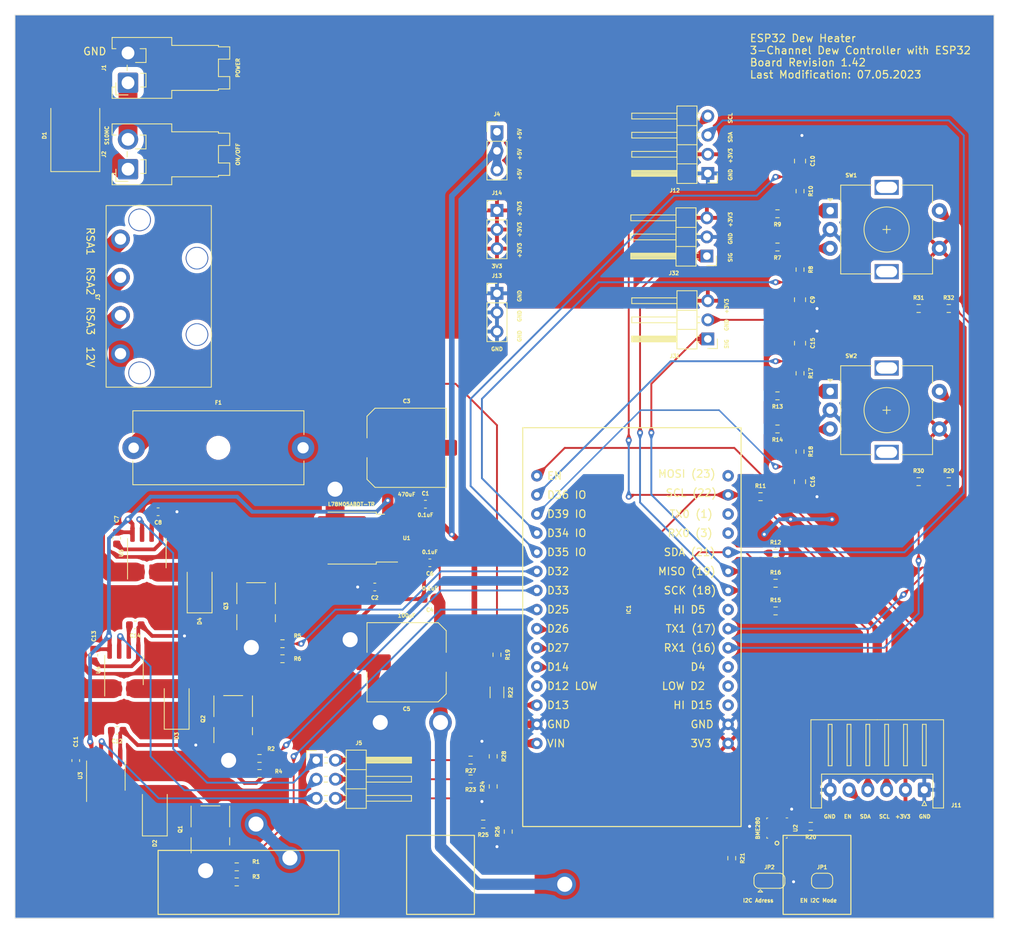
<source format=kicad_pcb>
(kicad_pcb (version 20221018) (generator pcbnew)
  (layers (0 "F.Cu" signal) (31 "B.Cu" signal) (34 "B.Paste" user) (35 "F.Paste" user) (36 "B.SilkS" user "B.Silkscreen") (37 "F.SilkS" user "F.Silkscreen") (38 "B.Mask" user) (39 "F.Mask" user) (44 "Edge.Cuts" user))
  (net 0 "")
  (net 1 "+12V")
  (net 2 "GND")
  (net 3 "+5V")
  (net 4 "+3V3")
  (net 5 "VS")
  (net 6 "VSS")
  (net 7 "/SIG1")
  (net 8 "/SCL")
  (net 9 "/SDA")
  (net 10 "/D32")
  (net 11 "/RES")
  (net 13 "/SIG2")
  (net 14 "Net-(D1-K)")
  (net 15 "Net-(Q1-G)")
  (net 16 "Net-(Q2-G)")
  (net 17 "Net-(Q3-G)")
  (net 18 "/D25")
  (net 19 "/D33")
  (net 20 "Net-(IC1-D13)")
  (net 22 "Net-(U4-FILTER)")
  (net 23 "Net-(U3-FILTER)")
  (net 24 "/D34")
  (net 25 "/D35")
  (net 26 "/VP")
  (net 27 "/VN")
  (net 34 "Net-(JP1-A)")
  (net 35 "/RSA1")
  (net 36 "/RSA2")
  (net 37 "/RSA3")
  (net 38 "Net-(JP2-A)")
  (net 39 "Net-(JP2-C)")
  (net 40 "Net-(U2-CSB)")
  (net 41 "/DEW1")
  (net 42 "/D26")
  (net 43 "/D27")
  (net 44 "/DEW2")
  (net 45 "/DEW3")
  (net 46 "/D14")
  (net 47 "Net-(U5-FILTER)")
  (net 48 "/CU1")
  (net 49 "/CU2")
  (net 50 "/CU3")
  (net 51 "Net-(R7-Pad1)")
  (net 52 "Net-(R10-Pad2)")
  (net 53 "Net-(R13-Pad1)")
  (net 54 "Net-(R14-Pad1)")
  (net 55 "Net-(J5-Pin_2)")
  (net 56 "Net-(J5-Pin_4)")
  (net 57 "Net-(J5-Pin_6)")
  (net 58 "Net-(R29-Pad1)")
  (net 59 "/RX2")
  (net 60 "Net-(R31-Pad2)")
  (net 61 "/TX2")
  (footprint "Resistor_SMD:R_0603_1608Metric" (layer "F.Cu") (at 178 59)
    (fp_text reference "R32")
    (fp_text value "10K")
  )
  (footprint "Resistor_SMD:R_0603_1608Metric" (layer "F.Cu") (at 114.5 121.5 180)
    (fp_text reference "R23")
    (fp_text value "15K")
  )
  (footprint "Connector_PinHeader_2.54mm:PinHeader_2x03_P2.54mm_Horizontal" (layer "F.Cu") (at 94 119)
    (fp_text reference "J5")
    (fp_text value "CURRENT EN")
  )
  (footprint "Capacitor_SMD:C_0603_1608Metric" (layer "F.Cu") (at 109.088 97.61 180)
    (fp_text reference "C4")
    (fp_text value "0.1uF")
  )
  (footprint "Resistor_SMD:R_0603_1608Metric" (layer "F.Cu") (at 117.5 122.5 90)
    (fp_text reference "R24")
    (fp_text value "43k")
  )
  (footprint "Package_SO:SOIC-8_3.9x4.9mm_P1.27mm" (layer "F.Cu") (at 66.06 121.06 90)
    (fp_text reference "U3")
    (fp_text value "ACS712xLCTR-05B")
  )
  (footprint "Connector_JST:JST_VH_S2P-VH_1x02_P3.96mm_Horizontal" (layer "F.Cu") (at 69 40.48 90)
    (fp_text reference "J2")
    (fp_text value "ON/OFF")
  )
  (footprint "Resistor_SMD:R_0603_1608Metric" (layer "F.Cu") (at 155 95.5)
    (fp_text reference "R16")
    (fp_text value "4K7")
  )
  (footprint "Resistor_SMD:R_0603_1608Metric" (layer "F.Cu") (at 159.675 127.799 180)
    (fp_text reference "R20")
    (fp_text value "4K7")
  )
  (footprint "Rotary_Encoder:RotaryEncoder_Alps_EC11E-Switch_Vertical_H20mm" (layer "F.Cu") (at 162.25 46)
    (fp_text reference "SW1")
    (fp_text value "RotaryEncoder_Switch")
  )
  (footprint "Resistor_SMD:R_0603_1608Metric" (layer "F.Cu") (at 83.44 133.185)
    (fp_text reference "R1")
    (fp_text value "150")
  )
  (footprint "Capacitor_SMD:C_Elec_10x10.2" (layer "F.Cu") (at 106 77.5)
    (fp_text reference "C3")
    (fp_text value "470uF")
  )
  (footprint "Diode_SMD:D_SMA" (layer "F.Cu") (at 75.465 111.5 90)
    (fp_text reference "D3")
    (fp_text value "D_Schottky")
  )
  (footprint "Diode_SMD:D_SMA" (layer "F.Cu") (at 78.5125 96.035 90)
    (fp_text reference "D4")
    (fp_text value "D_Schottky")
  )
  (footprint "Resistor_SMD:R_0603_1608Metric" (layer "F.Cu") (at 155 99.175)
    (fp_text reference "R15")
    (fp_text value "4K7")
  )
  (footprint "Capacitor_SMD:C_0603_1608Metric" (layer "F.Cu") (at 67.5 89.5 -90)
    (fp_text reference "C7")
    (fp_text value "0.1uF")
  )
  (footprint "Diode_SMD:D_SMC" (layer "F.Cu") (at 62 36 90)
    (fp_text reference "D1")
    (fp_text value "S10MC")
  )
  (footprint "Resistor_SMD:R_0603_1608Metric" (layer "F.Cu") (at 155 91.5)
    (fp_text reference "R12")
    (fp_text value "4K7")
  )
  (footprint "Capacitor_SMD:C_0603_1608Metric" (layer "F.Cu") (at 64.465 105.035 -90)
    (fp_text reference "C13")
    (fp_text value "0.1uF")
  )
  (footprint "Connector_JST:JST_VH_S2P-VH_1x02_P3.96mm_Horizontal" (layer "F.Cu") (at 69 29 90)
    (fp_text reference "J1")
    (fp_text value "POWER")
  )
  (footprint "Connector_PinHeader_2.54mm:PinHeader_1x03_P2.54mm_Horizontal" (layer "F.Cu") (at 145.875 52.025 180)
    (fp_text reference "J32")
    (fp_text value "PROBE2")
  )
  (footprint "Resistor_SMD:R_0603_1608Metric" (layer "F.Cu") (at 174 59)
    (fp_text reference "R31")
    (fp_text value "10K")
  )
  (footprint "TeenAstro:TE_MATE-N-LOK_1x04_P5.08mm_Horizontal" (layer "F.Cu") (at 68 65 90)
    (fp_text reference "J3")
    (fp_text value "RSA DEW")
  )
  (footprint "Jumper:SolderJumper-3_P1.3mm_Bridged12_RoundedPad1.0x1.5mm" (layer "F.Cu") (at 154.181 135.031)
    (fp_text reference "JP2")
    (fp_text value "I2C Adress")
  )
  (footprint "Capacitor_SMD:C_0603_1608Metric" (layer "F.Cu") (at 109.088 92.784 180)
    (fp_text reference "C6")
    (fp_text value "0.1uF")
  )
  (footprint "Package_SO:SOIC-8_3.9x4.9mm_P1.27mm" (layer "F.Cu") (at 68.465 107.035 90)
    (fp_text reference "U4")
    (fp_text value "ACS712xLCTR-05B")
  )
  (footprint "Package_LGA:Bosch_LGA-8_2.5x2.5mm_P0.65mm_ClockwisePinNumbering" (layer "F.Cu") (at 155.181 128.031 -90)
    (fp_text reference "U2")
    (fp_text value "BME280")
  )
  (footprint "Resistor_SMD:R_1206_3216Metric" (layer "F.Cu") (at 118 110 -90)
    (fp_text reference "R22")
    (fp_text value "1.5K")
  )
  (footprint "Connector_JST:JST_XH_S6B-XH-A_1x06_P2.50mm_Horizontal" (layer "F.Cu") (at 174.75 122.95 180)
    (fp_text reference "J11")
    (fp_text value "OLED")
  )
  (footprint "Resistor_SMD:R_0603_1608Metric" (layer "F.Cu") (at 155.25 70.6 180)
    (fp_text reference "R13")
    (fp_text value "10K")
  )
  (footprint "Resistor_SMD:R_0603_1608Metric" (layer "F.Cu") (at 153 84)
    (fp_text reference "R11")
    (fp_text value "4K7")
  )
  (footprint "Resistor_SMD:R_0603_1608Metric" (layer "F.Cu") (at 158.25 53.825 -90)
    (fp_text reference "R8")
    (fp_text value "10K")
  )
  (footprint "Resistor_SMD:R_0603_1608Metric" (layer "F.Cu") (at 155.25 46.4 180)
    (fp_text reference "R9")
    (fp_text value "10K")
  )
  (footprint "Resistor_SMD:R_0603_1608Metric" (layer "F.Cu") (at 117.5 118.5 -90)
    (fp_text reference "R28")
    (fp_text value "43k")
  )
  (footprint "Resistor_SMD:R_0603_1608Metric" (layer "F.Cu") (at 118 105 -90)
    (fp_text reference "R19")
    (fp_text value "10K")
  )
  (footprint "Capacitor_SMD:C_0603_1608Metric" (layer "F.Cu") (at 73 86 180)
    (fp_text reference "C8")
    (fp_text value "1nF")
  )
  (footprint "Resistor_SMD:R_0603_1608Metric" (layer "F.Cu") (at 116.175 127.5 180)
    (fp_text reference "R25")
    (fp_text value "15K")
  )
  (footprint "Capacitor_SMD:C_Elec_10x10.2" (layer "F.Cu") (at 106 106 180)
    (fp_text reference "C5")
    (fp_text value "100uF")
  )
  (footprint "TeenAstro:ONSemi_SO-8FL_488AA" (layer "F.Cu") (at 82.965 113.535 90)
    (fp_text reference "Q2")
    (fp_text value "NTMFS5C670NLT1G")
  )
  (footprint "Resistor_SMD:R_0603_1608Metric" (layer "F.Cu") (at 119.5 128.5 90)
    (fp_text reference "R26")
    (fp_text value "43k")
  )
  (footprint "Rotary_Encoder:RotaryEncoder_Alps_EC11E-Switch_Vertical_H20mm" (layer "F.Cu") (at 162.25 70)
    (fp_text reference "SW2")
    (fp_text value "RotaryEncoder_Switch")
  )
  (footprint "TeenAstro:ONSemi_SO-8FL_488AA" (layer "F.Cu") (at 86.0125 98.535 90)
    (fp_text reference "Q3")
    (fp_text value "NTMFS5C670NLT1G")
  )
  (footprint "Connector_PinHeader_2.54mm:PinHeader_1x03_P2.54mm_Vertical" (layer "F.Cu") (at 118 45.96)
    (fp_text reference "J14")
    (fp_text value "3V3")
  )
  (footprint "Resistor_SMD:R_0603_1608Metric" (layer "F.Cu") (at 83.44 135.185)
    (fp_text reference "R3")
    (fp_text value "10K")
  )
  (footprint "Connector_PinHeader_2.54mm:PinHeader_1x03_P2.54mm_Vertical" (layer "F.Cu") (at 118 56.975)
    (fp_text reference "J13")
    (fp_text value "GND")
  )
  (footprint "Capacitor_SMD:C_0805_2012Metric" (layer "F.Cu") (at 158.25 63.6 -90)
    (fp_text reference "C15")
    (fp_text value "0.01uF")
  )
  (footprint "TeenAstro:ONSemi_SO-8FL_488AA" (layer "F.Cu") (at 79.94 128.185 90)
    (fp_text reference "Q1")
    (fp_text value "NTMFS5C670NLT1G")
  )
  (footprint "Diode_SMD:D_SMA" (layer "F.Cu") (at 72.56 125.56 90)
    (fp_text reference "D2")
    (fp_text value "D_Schottky")
  )
  (footprint "Capacitor_SMD:C_0603_1608Metric" (layer "F.Cu") (at 62.06 119.06 -90)
    (fp_text reference "C11")
    (fp_text value "0.1uF")
  )
  (footprint "TeenAstro:Fuseholder_Cylinder-5x20mm" (layer "F.Cu") (at 69.75 77.5)
    (fp_text reference "F1")
    (fp_text value "Fuse")
  )
  (footprint "Resistor_SMD:R_0603_1608Metric" (layer "F.Cu") (at 86.465 118.78)
    (fp_text reference "R2")
    (fp_text value "150")
  )
  (footprint "Resistor_SMD:R_0603_1608Metric" (layer "F.Cu") (at 114.5 119 180)
    (fp_text reference "R27")
    (fp_text value "15K")
  )
  (footprint "Resistor_SMD:R_0603_1608Metric" (layer "F.Cu") (at 158.25 78 -90)
    (fp_text reference "R18")
    (fp_text value "10K")
  )
  (footprint "Capacitor_SMD:C_0603_1608Metric" (layer "F.Cu") (at 67.56 115.06 180)
    (fp_text reference "C12")
    (fp_text value "1nF")
  )
  (footprint "Resistor_SMD:R_0603_1608Metric" (layer "F.Cu") (at 89.5125 105.535)
    (fp_text reference "R6")
    (fp_text value "10K")
  )
  (footprint "Resistor_SMD:R_0603_1608Metric" (layer "F.Cu") (at 155.25 50.825 180)
    (fp_text reference "R7")
    (fp_text value "10K")
  )
  (footprint "Capacitor_SMD:C_0805_2012Metric" (layer "F.Cu") (at 158.25 39.4 -90)
    (fp_text reference "C10")
    (fp_text value "0.01uF")
  )
  (footprint "Capacitor_SMD:C_0805_2012Metric" (layer "F.Cu") (at 158.25 57.825 -90)
    (fp_text reference "C9")
    (fp_text value "0.01uF")
  )
  (footprint "Package_TO_SOT_SMD:TO-252-2" (layer "F.Cu") (at 98.66 89.5 180)
    (fp_text reference "U1")
    (fp_text value "L78M05ABDT-TR")
  )
  (footprint "Resistor_SMD:R_0603_1608Metric" (layer "F.Cu") (at 155.25 75 180)
    (fp_text reference "R14")
    (fp_text value "10K")
  )
  (footprint "Resistor_SMD:R_0603_1608Metric" (layer "F.Cu") (at 158.25 43.4 -90)
    (fp_text reference "R10")
    (fp_text value "10K")
  )
  (footprint "Capacitor_SMD:C_0603_1608Metric" (layer "F.Cu") (at 108.5 85)
    (fp_text reference "C1")
    (fp_text value "0.1uF")
  )
  (footprint "Connector_PinHeader_2.54mm:PinHeader_1x04_P2.54mm_Horizontal" (layer "F.Cu") (at 146 41.04 180)
    (fp_text reference "J12")
    (fp_text value "I2C")
  )
  (footprint "Resistor_SMD:R_0603_1608Metric" (layer "F.Cu") (at 89.5125 103.535)
    (fp_text reference "R5")
    (fp_text value "150")
  )
  (footprint "Resistor_SMD:R_0603_1608Metric" (layer "F.Cu") (at 86.465 120.78)
    (fp_text reference "R4")
    (fp_text value "10K")
  )
  (footprint "Resistor_SMD:R_0603_1608Metric" (layer "F.Cu") (at 174 82)
    (fp_text reference "R30")
    (fp_text value "10K")
  )
  (footprint "Resistor_SMD:R_0603_1608Metric" (layer "F.Cu") (at 158.25 67.6 -90)
    (fp_text reference "R17")
    (fp_text value "10K")
  )
  (footprint "Capacitor_SMD:C_0805_2012Metric" (layer "F.Cu") (at 158.25 82 -90)
    (fp_text reference "C16")
    (fp_text value "0.01uF")
  )
  (footprint "TeenAstro:ESP32-30pin" (layer "F.Cu") (at 136 99 90)
    (fp_text reference "IC1")
    (fp_text value "ESP32-30pin")
  )
  (footprint "Connector_PinHeader_2.54mm:PinHeader_1x03_P2.54mm_Vertical" (layer "F.Cu") (at 118 35.5)
    (fp_text reference "J4")
    (fp_text value "5V")
  )
  (footprint "Connector_PinHeader_2.54mm:PinHeader_1x03_P2.54mm_Horizontal" (layer "F.Cu") (at 146 63.04 180)
    (fp_text reference "J31")
    (fp_text value "PROBE1")
  )
  (footprint "Capacitor_SMD:C_0603_1608Metric" (layer "F.Cu") (at 69.965 101.035 180)
    (fp_text reference "C14")
    (fp_text value "1nF")
  )
  (footprint "Resistor_SMD:R_0603_1608Metric" (layer "F.Cu") (at 178 82)
    (fp_text reference "R29")
    (fp_text value "10K")
  )
  (footprint "Package_SO:SOIC-8_3.9x4.9mm_P1.27mm" (layer "F.Cu") (at 71.5 91.5 90)
    (fp_text reference "U5")
    (fp_text value "ACS712xLCTR-05B")
  )
  (footprint "Capacitor_SMD:C_0603_1608Metric" (layer "F.Cu") (at 101.775 96 180)
    (fp_text reference "C2")
    (fp_text value "0.33uF")
  )
  (footprint "Jumper:SolderJumper-2_P1.3mm_Bridged_RoundedPad1.0x1.5mm" (layer "F.Cu") (at 161.181 135.031)
    (fp_text reference "JP1")
    (fp_text value "EN I2C Mode")
  )
  (footprint "Resistor_SMD:R_0603_1608Metric" (layer "F.Cu") (at 149.181 132.031 -90)
    (fp_text reference "R21")
    (fp_text value "4K7")
  )
  (gr_rect (start 121.42 74.83) (end 150.42 127.83) (stroke (width 0.15)) (fill none) (layer "F.SilkS"))
  (gr_rect (start 156 129) (end 165 139.5) (stroke (width 0.15)) (fill none) (layer "F.SilkS"))
  (gr_circle (center 155.181 130.031) (end 155.431 130.031) (stroke (width 0.15)) (fill none) (layer "F.SilkS"))
  (gr_rect (start 73 131) (end 97 139.5) (stroke (width 0.15)) (fill none) (layer "F.SilkS"))
  (gr_rect (start 106 129) (end 115 139.5) (stroke (width 0.15)) (fill none) (layer "F.SilkS"))
  (gr_rect (start 54 20) (end 184 140) (stroke (width 0.1)) (fill none) (layer "Edge.Cuts"))
  (gr_text "RSA1  RSA2  RSA3  12V" (at 64 57.5 -90) (layer "F.SilkS") (effects (font (size 1 1))))
  (gr_text "GND" (at 64.58314 24.83314) (layer "F.SilkS") (effects (font (size 1 1))))
  (gr_text "+3V3  +3V3  +3V3" (at 121 48.5 90) (layer "F.SilkS") (effects (font (size 0.5 0.5) (thickness 0.125))))
  (gr_text "SIG   GND  +3V3" (at 149 49.5 90) (layer "F.SilkS") (effects (font (size 0.5 0.5) (thickness 0.125))))
  (gr_text "ESP32 Dew Heater\n3-Channel Dew Controller with ESP32\nBoard Revision 1.42\nLast Modification: 07.05.2023" (at 151.5 25.5) (layer "F.SilkS") (effects (font (size 1 1)) (justify left)))
  (gr_text "GND   GND   GND" (at 121 60 90) (layer "F.SilkS") (effects (font (size 0.5 0.5) (thickness 0.125))))
  (gr_text "SIG   GND  +3V3" (at 148.5 61 90) (layer "F.SilkS") (effects (font (size 0.5 0.5) (thickness 0.125))))
  (gr_text "GND   EN   SDA   SCL  +3V3   GND" (at 168.5 126.5) (layer "F.SilkS") (effects (font (size 0.5 0.5) (thickness 0.125))))
  (gr_text "+5V   +5V   +5V" (at 121 38.5 90) (layer "F.SilkS") (effects (font (size 0.5 0.5) (thickness 0.125))))
  (gr_text "GND  +3V3  SDA   SCL" (at 149 37.5 90) (layer "F.SilkS") (effects (font (size 0.5 0.5) (thickness 0.125))))
  (segment (start 118 104.175) (end 118 74.5) (width 0.25) (layer "F.Cu") (net 1))
  (segment (start 101.48 94) (end 103.7 91.78) (width 1.5) (layer "F.Cu") (net 1))
  (segment (start 102.55 92.93) (end 103.7 91.78) (width 0.5) (layer "F.Cu") (net 1))
  (segment (start 118 74.5) (end 112.5 69) (width 0.25) (layer "F.Cu") (net 1))
  (segment (start 102.55 96) (end 102.55 92.93) (width 0.5) (layer "F.Cu") (net 1))
  (segment (start 97.5 69) (end 92.25 74.25) (width 0.25) (layer "F.Cu") (net 1))
  (segment (start 95 94) (end 101.48 94) (width 1.5) (layer "F.Cu") (net 1))
  (segment (start 112.5 69) (end 97.5 69) (width 0.25) (layer "F.Cu") (net 1))
  (segment (start 92.25 74.25) (end 92.25 77.5) (width 0.25) (layer "F.Cu") (net 1))
  (via (at 90.5 132) (size 3) (drill 2) (layers "F.Cu" "B.Cu") (net 1))
  (via (at 86 127.5) (size 3) (drill 2) (layers "F.Cu" "B.Cu") (net 1))
  (segment (start 86 127.5) (end 90.5 132) (width 1.5) (layer "B.Cu") (net 1))
  (segment (start 86.6475 102.765) (end 85.3775 104.035) (width 0.5) (layer "F.Cu") (net 2))
  (segment (start 68.225 91) (end 72.5 91) (width 0.5) (layer "F.Cu") (net 2))
  (segment (start 98 73.5) (end 96.5 75) (width 1.5) (layer "F.Cu") (net 2))
  (segment (start 100 106) (end 98.5 104.5) (width 1.5) (layer "F.Cu") (net 2))
  (segment (start 73.405 90.095) (end 73.405 89.025) (width 0.5) (layer "F.Cu") (net 2))
  (segment (start 78.035 132.415) (end 79.305 133.685) (width 0.5) (layer "F.Cu") (net 2))
  (segment (start 86.035 122.035) (end 87.29 120.78) (width 0.5) (layer "F.Cu") (net 2))
  (segment (start 67.5 90.275) (end 68.225 91) (width 0.5) (layer "F.Cu") (net 2))
  (segment (start 87.445 107.035) (end 85.3775 104.9675) (width 0.5) (layer "F.Cu") (net 2))
  (segment (start 82.765 136.685) (end 81.44 136.685) (width 0.5) (layer "F.Cu") (net 2))
  (segment (start 70.37 101.405) (end 70.74 101.035) (width 0.5) (layer "F.Cu") (net 2))
  (segment (start 85.3775 101.28225) (end 85.3775 104.035) (width 0.5) (layer "F.Cu") (net 2))
  (segment (start 117.175 123.325) (end 116 124.5) (width 0.75) (layer "F.Cu") (net 2))
  (segment (start 83.6 117.795) (end 82.36 119.035) (width 0.5) (layer "F.Cu") (net 2))
  (segment (start 117.5 123.325) (end 117.175 123.325) (width 0.75) (layer "F.Cu") (net 2))
  (segment (start 98.5 104.5) (end 98.5 103) (width 1.5) (layer "F.Cu") (net 2))
  (segment (start 171.175 84) (end 173.175 82) (width 0.75) (layer "F.Cu") (net 2))
  (segment (start 73.775 86) (end 75.5 86) (width 0.5) (layer "F.Cu") (net 2))
  (segment (start 80.575 130.93225) (end 80.575 132.415) (width 0.5) (layer "F.Cu") (net 2))
  (segment (start 80.575 132.415) (end 79.305 133.685) (width 0.5) (layer "F.Cu") (net 2))
  (segment (start 157.135 125.513) (end 157.135 126.127) (width 0.25) (layer "F.Cu") (net 2))
  (segment (start 101 96) (end 99.5 96) (width 0.5) (layer "F.Cu") (net 2))
  (segment (start 81.44 136.685) (end 79.305 134.55) (width 0.5) (layer "F.Cu") (net 2))
  (segment (start 64.465 105.81) (end 65.19 106.535) (width 0.5) (layer "F.Cu") (net 2))
  (segment (start 82.36 118.05725) (end 82.36 120.175) (width 0.5) (layer "F.Cu") (net 2))
  (segment (start 85.3775 104.9675) (end 85.3775 104.035) (width 0.5) (layer "F.Cu") (net 2))
  (segment (start 70.37 104.56) (end 70.37 101.405) (width 0.5) (layer "F.Cu") (net 2))
  (segment (start 82.36 119.93) (end 84.465 122.035) (width 0.5) (layer "F.Cu") (net 2))
  (segment (start 73.405 86.37) (end 73.775 86) (width 0.5) (layer "F.Cu") (net 2))
  (segment (start 118 111.4625) (end 118 112) (width 0.75) (layer "F.Cu") (net 2))
  (segment (start 104.9 73.5) (end 98 73.5) (width 1.5) (layer "F.Cu") (net 2))
  (segment (start 119.5 129.325) (end 119.175 129.325) (width 0.75) (layer "F.Cu") (net 2))
  (segment (start 108.313 92.784) (end 108.313 97.287) (width 0.5) (layer "F.Cu") (net 2))
  (segment (start 101.6 113.1) (end 102.5 114) (width 1.5) (layer "F.Cu") (net 2))
  (segment (start 156.525 60.5) (end 158.25 58.775) (width 0.25) (layer "F.Cu") (net 2))
  (segment (start 151.547 127.799) (end 151.64 127.706) (width 0.25) (layer "F.Cu") (net 2))
  (segment (start 70.37 105.63) (end 70.37 104.56) (width 0.5) (layer "F.Cu") (net 2))
  (segment (start 158.25 36.25) (end 158.5 36) (width 0.75) (layer "F.Cu") (net 2))
  (segment (start 82.36 119.035) (end 81.06 117.735) (width 0.5) (layer "F.Cu") (net 2))
  (segment (start 102.39 97.61) (end 98.5 101.5) (width 0.5) (layer "F.Cu") (net 2))
  (segment (start 159.85 62.65) (end 160.5 62) (width 0.75) (layer "F.Cu") (net 2))
  (segment (start 157.135 126.127) (end 156.206 127.056) (width 0.25) (layer "F.Cu") (net 2))
  (segment (start 82.36 119.035) (end 82.36 119.93) (width 0.5) (layer "F.Cu") (net 2))
  (segment (start 84.1075 102.765) (end 85.3775 104.035) (width 0.5) (layer "F.Cu") (net 2))
  (segment (start 158.25 58.775) (end 160.275 58.775) (width 0.75) (layer "F.Cu") (net 2))
  (segment (start 146 60.5) (end 156.525 60.5) (width 0.25) (layer "F.Cu") (net 2))
  (segment (start 101.6 106) (end 101.6 113.1) (width 1.5) (layer "F.Cu") (net 2))
  (segment (start 158.25 82.95) (end 159.45 82.95) (width 0.75) (layer "F.Cu") (net 2))
  (segment (start 160.275 58.775) (end 160.5 59) (width 0.75) (layer "F.Cu") (net 2))
  (segment (start 117.5 117.675) (end 117.175 117.675) (width 0.75) (layer "F.Cu") (net 2))
  (segment (start 96.5 75) (end 96.5 83) (width 1.5) (layer "F.Cu") (net 2))
  (segment (start 98.5 101.5) (end 98.5 103) (width 0.5) (layer "F.Cu") (net 2))
  (segment (start 72.205 102.5) (end 76.5 102.5) (width 0.5) (layer "F.Cu") (net 2))
  (segment (start 120.24 114.24) (end 123.3 114.24) (width 0.75) (layer "F.Cu") (net 2))
  (segment (start 160.5 84) (end 171.175 84) (width 0.75) (layer "F.Cu") (net 2))
  (segment (start 69.465 106.535) (end 70.37 105.63) (width 0.5) (layer "F.Cu") (net 2))
  (segment (start 119.175 129.325) (end 118 130.5) (width 0.75) (layer "F.Cu") (net 2))
  (segment (start 83.6 116.52725) (end 83.6 117.795) (width 0.5) (layer "F.Cu") (net 2))
  (segment (start 67.965 118.585) (end 67.965 115.43) (width 0.5) (layer "F.Cu") (net 2))
  (segment (start 62.06 119.835) (end 62.785 120.56) (width 0.5) (layer "F.Cu") (net 2))
  (segment (start 155.481 135.031) (end 157.255 135.031) (width 0.25) (layer "F.Cu") (net 2))
  (segment (start 65.19 106.535) (end 69.465 106.535) (width 0.5) (layer "F.Cu") (net 2))
  (segment (start 157.255 135.031) (end 157.389 135.165) (width 0.25) (layer "F.Cu") (net 2))
  (segment (start 79.305 134.55) (end 79.305 133.685) (width 0.5) (layer "F.Cu") (net 2))
  (segment (start 73.405 89.025) (end 73.405 86.37) (width 0.5) (layer "F.Cu") (net 2))
  (segment (start 81.06 117.735) (end 81.06 116.28225) (width 0.5) (layer "F.Cu") (net 2))
  (segment (start 67.965 119.655) (end 67.965 118.585) (width 0.5) (layer "F.Cu") (net 2))
  (segment (start 82.36 116.55725) (end 82.36 119.035) (width 0.5) (layer "F.Cu") (net 2))
  (segment (start 67.965 115.43) (end 68.335 115.06) (width 0.5) (layer "F.Cu") (net 2))
  (segment (start 151.64 127.706) (end 154.156 127.706) (width 0.25) (layer "F.Cu") (net 2))
  (segment (start 101.6 106) (end 100 106) (width 1.5) (layer "F.Cu") (net 2))
  (segment (start 84.265 135.185) (end 82.765 136.685) (width 0.5) (layer "F.Cu") (net 2))
  (segment (start 84.465 122.035) (end 86.035 122.035) (width 0.5) (layer "F.Cu") (net 2))
  (segment (start 96.5 88.6) (end 96.5 83) (width 2.5) (layer "F.Cu") (net 2))
  (segment (start 79.305 130.93225) (end 79.305 133.685) (width 0.5) (layer "F.Cu") (net 2))
  (segment (start 86.6475 101.28225) (end 86.6475 102.765) (width 0.5) (layer "F.Cu") (net 2))
  (segment (start 110.4 77.5) (end 109.275 78.625) (width 0.5) (layer "F.Cu") (net 2))
  (segment (start 78.035 130.93225) (end 78.035 132.415) (width 0.5) (layer "F.Cu") (net 2))
  (segment (start 67.06 120.56) (end 67.965 119.655) (width 0.5) (layer "F.Cu") (net 2))
  (segment (start 90.3375 105.535) (end 88.8375 107.035) (width 0.5) (layer "F.Cu") (net 2))
  (segment (start 70.275 117) (end 78 117) (width 0.5) (layer "F.Cu") (net 2))
  (segment (start 82.33 116.52725) (end 82.36 116.55725) (width 0.5) (layer "F.Cu") (net 2))
  (segment (start 68.335 115.06) (end 70.275 117) (width 0.5) (layer "F.Cu") (net 2))
  (segment (start 108.9 77.5) (end 104.9 73.5) (width 1.5) (layer "F.Cu") (net 2))
  (segment (start 160.5 59) (end 173.175 59) (width 0.75) (layer "F.Cu") (net 2))
  (segment (start 109.275 78.625) (end 109.275 85) (width 0.5) (layer "F.Cu") (net 2))
  (segment (start 158.25 62.65) (end 159.85 62.65) (width 0.75) (layer "F.Cu") (net 2))
  (segment (start 117.175 117.675) (end 116 116.5) (width 0.75) (layer "F.Cu") (net 2))
  (segment (start 70.74 101.035) (end 72.205 102.5) (width 0.5) (layer "F.Cu") (net 2))
  (segment (start 108.313 97.61) (end 102.39 97.61) (width 0.5) (layer "F.Cu") (net 2))
  (segment (start 159.45 82.95) (end 160.5 84) (width 0.75) (layer "F.Cu") (net 2))
  (segment (start 72.5 91) (end 73.405 90.095) (width 0.5) (layer "F.Cu") (net 2))
  (segment (start 84.1075 101.28225) (end 84.1075 102.765) (width 0.5) (layer "F.Cu") (net 2))
  (segment (start 62.785 120.56) (end 67.06 120.56) (width 0.5) (layer "F.Cu") (net 2))
  (segment (start 158.25 38.45) (end 158.25 36.25) (width 0.75) (layer "F.Cu") (net 2))
  (segment (start 88.8375 107.035) (end 87.445 107.035) (width 0.5) (layer "F.Cu") (net 2))
  (segment (start 118 112) (end 120.24 114.24) (width 0.75) (layer "F.Cu") (net 2))
  (via (at 116 124.5) (size 0.8) (drill 0.4) (layers "F.Cu" "B.Cu") (net 2))
  (via (at 76.5 102.5) (size 0.8) (drill 0.4) (layers "F.Cu" "B.Cu") (net 2))
  (via (at 78 117) (size 0.8) (drill 0.4) (layers "F.Cu" "B.Cu") (net 2))
  (via (at 160.5 59) (size 0.8) (drill 0.4) (layers "F.Cu" "B.Cu") (net 2))
  (via (at 102.5 114) (size 3) (drill 2) (layers "F.Cu" "B.Cu") (net 2))
  (via (at 85.3775 104.035) (size 3) (drill 2) (layers "F.Cu" "B.Cu") (net 2))
  (via (at 157.389 135.165) (size 0.8) (drill 0.4) (layers "F.Cu" "B.Cu") (net 2))
  (via (at 96.5 83) (size 3) (drill 2) (layers "F.Cu" "B.Cu") (net 2))
  (via (at 82.36 119.035) (size 3) (drill 2) (layers "F.Cu" "B.Cu") (net 2))
  (via (at 79.305 133.685) (size 3) (drill 2) (layers "F.Cu" "B.Cu") (net 2))
  (via (at 99.5 96) (size 0.8) (drill 0.4) (layers "F.Cu" "B.Cu") (net 2))
  (via (at 160.5 62) (size 0.8) (drill 0.4) (layers "F.Cu" "B.Cu") (net 2))
  (via (at 118 130.5) (size 0.8) (drill 0.4) (layers "F.Cu" "B.Cu") (net 2))
  (via (at 158.5 36) (size 0.8) (drill 0.4) (layers "F.Cu" "B.Cu") (net 2))
  (via (at 160.5 84) (size 0.8) (drill 0.4) (layers "F.Cu" "B.Cu") (net 2))
  (via (at 116 116.5) (size 0.8) (drill 0.4) (layers "F.Cu" "B.Cu") (net 2))
  (via (at 157.135 125.513) (size 0.8) (drill 0.4) (layers "F.Cu" "B.Cu") (net 2))
  (via (at 75.5 86) (size 0.8) (drill 0.4) (layers "F.Cu" "B.Cu") (net 2))
  (via (at 151.547 127.799) (size 0.8) (drill 0.4) (layers "F.Cu" "B.Cu") (net 2))
  (via (at 98.5 103) (size 3) (drill 2) (layers "F.Cu" "B.Cu") (net 2))
  (segment (start 103.5 79.4) (end 103.5 84.5) (width 1.5) (layer "F.Cu") (net 3))
  (segment (start 67.5 88.725) (end 69.295 88.725) (width 0.5) (layer "F.Cu") (net 3))
  (segment (start 69.595 89.025) (end 69.595 87.595) (width 0.5) (layer "F.Cu") (net 3))
  (segment (start 123.3 116.78) (end 119.38 116.78) (width 0.75) (layer "F.Cu") (net 3))
  (segment (start 66.26 104.26) (end 66.56 104.56) (width 0.5) (layer "F.Cu") (net 3))
  (segment (start 112.06 89) (end 112 89) (width 0.75) (layer "F.Cu") (net 3))
  (segment (start 63.905 118.335) (end 64.155 118.585) (width 0.5) (layer "F.Cu") (net 3))
  (segment (start 64.155 118.585) (end 64.155 116.725) (width 0.5) (layer "F.Cu") (net 3))
  (segment (start 101.6 77.5) (end 103.5 79.4) (width 1.5) (layer "F.Cu") (net 3))
  (segment (start 115 112.4) (end 115 91.94) (width 0.75) (layer "F.Cu") (net 3))
  (segment (start 105.92 85) (end 103.7 87.22) (width 0.5) (layer "F.Cu") (net 3))
  (segment (start 110.28 87.22) (end 103.7 87.22) (width 0.75) (layer "F.Cu") (net 3))
  (segment (start 69.295 88.725) (end 69.595 89.025) (width 0.5) (layer "F.Cu") (net 3))
  (segment (start 115 91.94) (end 112.06 89) (width 0.75) (layer "F.Cu") (net 3))
  (segment (start 64.155 116.725) (end 63.965 116.535) (width 0.5) (layer "F.Cu") (net 3))
  (segment (start 112 89) (end 112 88.94) (width 0.75) (layer "F.Cu") (net 3))
  (segment (start 62.06 118.335) (end 63.905 118.335) (width 0.5) (layer "F.Cu") (net 3))
  (segment (start 66.56 104.56) (end 66.56 102.63) (width 0.5) (layer "F.Cu") (net 3))
  (segment (start 103.5 84.5) (end 103.5 87.02) (width 1.5) (layer "F.Cu") (net 3))
  (segment (start 66.56 102.63) (end 66.465 102.535) (width 0.5) (layer "F.Cu") (net 3))
  (segment (start 103.5 87.02) (end 103.7 87.22) (width 1.5) (layer "F.Cu") (net 3))
  (segment (start 112 88.94) (end 110.28 87.22) (width 0.75) (layer "F.Cu") (net 3))
  (segment (start 119.38 116.78) (end 115 112.4) (width 0.75) (layer "F.Cu") (net 3))
  (segment (start 107.725 85) (end 105.92 85) (width 0.5) (layer "F.Cu") (net 3))
  (segment (start 69.595 87.595) (end 69 87) (width 0.5) (layer "F.Cu") (net 3))
  (segment (start 64.465 104.26) (end 66.26 104.26) (width 0.5) (layer "F.Cu") (net 3))
  (via (at 69 87) (size 0.8) (drill 0.4) (layers "F.Cu" "B.Cu") (net 3))
  (via (at 112 89) (size 0.8) (drill 0.4) (layers "F.Cu" "B.Cu") (net 3))
  (via (at 66.465 102.535) (size 0.8) (drill 0.4) (layers "F.Cu" "B.Cu") (net 3))
  (via (at 103.5 84.5) (size 0.8) (drill 0.4) (layers "F.Cu" "B.Cu") (net 3))
  (via (at 63.965 116.535) (size 0.8) (drill 0.4) (layers "F.Cu" "B.Cu") (net 3))
  (segment (start 85.5 86) (end 102 86) (width 0.5) (layer "B.Cu") (net 3))
  (segment (start 83.5 84) (end 85.5 86) (width 0.5) (layer "B.Cu") (net 3))
  (segment (start 102 86) (end 103.5 84.5) (width 0.5) (layer "B.Cu") (net 3))
  (segment (start 69 87) (end 72 84) (width 0.5) (layer "B.Cu") (net 3))
  (segment (start 72 84) (end 83.5 84) (width 0.5) (layer "B.Cu") (net 3))
  (segment (start 66.465 89.535) (end 69 87) (width 0.5) (layer "B.Cu") (net 3))
  (segment (start 118 38.04) (end 118 35.5) (width 0.75) (layer "B.Cu") (net 3))
  (segment (start 66.465 102.535) (end 66.465 89.535) (width 0.5) (layer "B.Cu") (net 3))
  (segment (start 63.965 105.035) (end 66.465 102.535) (width 0.5) (layer "B.Cu") (net 3))
  (segment (start 112 44.04) (end 118 38.04) (width 0.75) (layer "B.Cu") (net 3))
  (segment (start 112 89) (end 112 44.04) (width 0.75) (layer "B.Cu") (net 3))
  (segment (start 63.965 116.535) (end 63.965 105.035) (width 0.5) (layer "B.Cu") (net 3))
  (segment (start 118 38.04) (end 118 40.58) (width 0.75) (layer "B.Cu") (net 3))
  (segment (start 110.4 106) (end 110.5 106.1) (width 1.5) (layer "F.Cu") (net 4))
  (segment (start 149.181 127.625) (end 149.181 131.206) (width 0.25) (layer "F.Cu") (net 4))
  (segment (start 110.4 106) (end 110.4 98.147) (width 1.5) (layer "F.Cu") (net 4))
  (segment (start 150.785 126.021) (end 149.181 127.625) (width 0.25) (layer "F.Cu") (net 4))
  (segment (start 154.156 128.356) (end 153.656 128.356) (width 0.25) (layer "F.Cu") (net 4))
  (segment (start 110.4 93.321) (end 110.4 98.147) (width 0.25) (layer "F.Cu") (net 4))
  (segment (start 150.806 131.206) (end 149.181 131.206) (width 0.25) (layer "F.Cu") (net 4))
  (segment (start 109.863 92.784) (end 110.4 93.321) (width 0.25) (layer "F.Cu") (net 4))
  (segment (start 154.156 127.056) (end 152.92031 127.056) (width 0.25) (layer "F.Cu") (net 4))
  (segment (start 110.5 106.1) (end 110.5 114) (width 1.5) (layer "F.Cu") (net 4))
  (segment (start 153.656 128.356) (end 150.806 131.206) (width 0.25) (layer "F.Cu") (net 4))
  (segment (start 151.88531 126.021) (end 150.785 126.021) (width 0.25) (layer "F.Cu") (net 4))
  (segment (start 110.4 98.147) (end 109.863 97.61) (width 1.5) (layer "F.Cu") (net 4))
  (segment (start 152.92031 127.056) (end 151.88531 126.021) (width 0.25) (layer "F.Cu") (net 4))
  (via (at 153.5 89) (size 0.8) (drill 0.4) (layers "F.Cu" "B.Cu") (net 4))
  (via (at 162.5 87) (size 0.8) (drill 0.4) (layers "F.Cu" "B.Cu") (net 4))
  (via (at 157 87) (size 0.8) (drill 0.4) (layers "F.Cu" "B.Cu") (net 4))
  (via (at 110.5 114) (size 3) (drill 2) (layers "F.Cu" "B.Cu") (net 4))
  (via (at 127 135.5) (size 3) (drill 2) (layers "F.Cu" "B.Cu") (net 4))
  (segment (start 157 87) (end 162.5 87) (width 0.5) (layer "B.Cu") (net 4))
  (segment (start 153.5 89) (end 155.5 87) (width 0.5) (layer "B.Cu") (net 4))
  (segment (start 110.5 114) (end 110.5 130.5) (width 1.5) (layer "B.Cu") (net 4))
  (segment (start 110.5 130.5) (end 115.5 135.5) (width 1.5) (layer "B.Cu") (net 4))
  (segment (start 155.5 87) (end 157 87) (width 0.5) (layer "B.Cu") (net 4))
  (segment (start 115.5 135.5) (end 127 135.5) (width 1.5) (layer "B.Cu") (net 4))
  (segment (start 69 29) (end 69 36.52) (width 2.5) (layer "F.Cu") (net 5))
  (segment (start 65.65 37.907616) (end 65.65 36.25) (width 2.5) (layer "F.Cu") (net 6))
  (segment (start 68.222384 40.48) (end 65.65 37.907616) (width 2.5) (layer "F.Cu") (net 6))
  (segment (start 65.65 36.25) (end 62 32.6) (width 2.5) (layer "F.Cu") (net 6))
  (segment (start 69 40.48) (end 68.222384 40.48) (width 2.5) (layer "F.Cu") (net 6))
  (segment (start 138.5 69) (end 138.5 75.5) (width 0.25) (layer "F.Cu") (net 7))
  (segment (start 145.875 63.025) (end 144.475 63.025) (width 0.25) (layer "F.Cu") (net 7))
  (segment (start 150.92 93.92) (end 152.5 95.5) (width 0.25) (layer "F.Cu") (net 7))
  (segment (start 152.5 95.5) (end 154.175 95.5) (width 0.25) (layer "F.Cu") (net 7))
  (segment (start 144.475 63.025) (end 138.5 69) (width 0.25) (layer "F.Cu") (net 7))
  (segment (start 148.7 93.92) (end 150.92 93.92) (width 0.25) (layer "F.Cu") (net 7))
  (via (at 138.5 75.5) (size 0.8) (drill 0.4) (layers "F.Cu" "B.Cu") (net 7))
  (segment (start 138.5 83.72) (end 138.5 75.5) (width 0.25) (layer "B.Cu") (net 7))
  (segment (start 148.7 93.92) (end 138.5 83.72) (width 0.25) (layer "B.Cu") (net 7))
  (segment (start 148.7 83.76) (end 135.74 83.76) (width 0.25) (layer "F.Cu") (net 8))
  (segment (start 135.5 76.5) (end 135.5 43.92) (width 0.25) (layer "F.Cu") (net 8))
  (segment (start 144.78 83.76) (end 139.668 88.872) (width 0.25) (layer "F.Cu") (net 8))
  (segment (start 155.781 129.006) (end 156.206 129.006) (width 0.25) (layer "F.Cu") (net 8))
  (segment (start 139.668 88.872) (end 139.668 111.493) (width 0.25) (layer "F.Cu") (net 8))
  (segment (start 135.5 43.92) (end 146 33.42) (width 0.25) (layer "F.Cu") (net 8))
  (segment (start 148.7 83.76) (end 144.78 83.76) (width 0.25) (layer "F.Cu") (net 8))
  (segment (start 169.75 101.575) (end 169.75 122.95) (width 0.25) (layer "F.Cu") (net 8))
  (segment (start 151.935 83.76) (end 148.7 83.76) (width 0.25) (layer "F.Cu") (net 8))
  (segment (start 139.668 111.493) (end 154.849 126.674) (width 0.25) (layer "F.Cu") (net 8))
  (segment (start 152.175 84) (end 169.75 101.575) (width 0.25) (layer "F.Cu") (net 8))
  (segment (start 135.74 83.76) (end 135.5 84) (width 0.25) (layer "F.Cu") (net 8))
  (segment (start 154.849 128.074) (end 155.781 129.006) (width 0.25) (layer "F.Cu") (net 8))
  (segment (start 154.849 126.674) (end 154.849 128.074) (width 0.25) (layer "F.Cu") (net 8))
  (via (at 135.5 76.5) (size 0.8) (drill 0.4) (layers "F.Cu" "B.Cu") (net 8))
  (via (at 135.5 84) (size 0.8) (drill 0.4) (layers "F.Cu" "B.Cu") (net 8))
  (segment (start 135.5 84) (end 135.5 76.5) (width 0.25) (layer "B.Cu") (net 8))
  (segment (start 155.449501 127.813811) (end 155.449501 128.038811) (width 0.25) (layer "F.Cu") (net 9))
  (segment (start 154.055 91.38) (end 144.78 91.38) (width 0.25) (layer "F.Cu") (net 9))
  (segment (start 140.176 111.36531) (end 155.38569 126.575) (width 0.25) (layer "F.Cu") (net 9))
  (segment (start 155.76669 128.356) (end 156.206 128.356) (width 0.25) (layer "F.Cu") (net 9))
  (segment (start 159 93.5) (end 167.25 101.75) (width 0.25) (layer "F.Cu") (net 9))
  (segment (start 155.38569 126.575) (end 155.38569 127.75) (width 0.25) (layer "F.Cu") (net 9))
  (segment (start 151.175 91.5) (end 153.175 93.5) (width 0.25) (layer "F.Cu") (net 9))
  (segment (start 155.38569 127.75) (end 155.449501 127.813811) (width 0.25) (layer "F.Cu") (net 9))
  (segment (start 144.78 91.38) (end 140.176 95.984) (width 0.25) (layer "F.Cu") (net 9))
  (segment (start 153.175 93.5) (end 159 93.5) (width 0.25) (layer "F.Cu") (net 9))
  (segment (start 155.449501 128.038811) (end 155.76669 128.356) (width 0.25) (layer "F.Cu") (net 9))
  (segment (start 167.25 101.75) (end 167.25 122.95) (width 0.25) (layer "F.Cu") (net 9))
  (segment (start 140.176 95.984) (end 140.176 111.36531) (width 0.25) (layer "F.Cu") (net 9))
  (segment (start 180 36) (end 178 34) (width 0.25) (layer "B.Cu") (net 9))
  (segment (start 148.7 91.38) (end 172.12 91.38) (width 0.25) (layer "B.Cu") (net 9))
  (segment (start 147.96 34) (end 146 35.96) (width 0.25) (layer "B.Cu") (net 9))
  (segment (start 178 34) (end 147.96 34) (width 0.25) (layer "B.Cu") (net 9))
  (segment (start 172.12 91.38) (end 180 83.5) (width 0.25) (layer "B.Cu") (net 9))
  (segment (start 180 83.5) (end 180 36) (width 0.25) (layer "B.Cu") (net 9))
  (segment (start 90.3375 103.535) (end 92 103.535) (width 0.25) (layer "F.Cu") (net 10))
  (via (at 92 103.535) (size 0.8) (drill 0.4) (layers "F.Cu" "B.Cu") (net 10))
  (segment (start 96.535 99) (end 92 103.535) (width 0.25) (layer "B.Cu") (net 10))
  (segment (start 110.55 93.92) (end 105.47 99) (width 0.25) (layer "B.Cu") (net 10))
  (segment (start 105.47 99) (end 96.535 99) (width 0.25) (layer "B.Cu") (net 10))
  (segment (start 123.3 93.92) (end 110.55 93.92) (width 0.25) (layer "B.Cu") (net 10))
  (segment (start 127 77.52) (end 123.3 81.22) (width 0.25) (layer "F.Cu") (net 11))
  (segment (start 179 124.5) (end 179 107) (width 0.25) (layer "F.Cu") (net 11))
  (segment (start 175.5 128) (end 179 124.5) (width 0.25) (layer "F.Cu") (net 11))
  (segment (start 179 107) (end 149.52 77.52) (width 0.25) (layer "F.Cu") (net 11))
  (segment (start 169.8 128) (end 175.5 128) (width 0.25) (layer "F.Cu") (net 11))
  (segment (start 164.75 122.95) (end 169.8 128) (width 0.25) (layer "F.Cu") (net 11))
  (segment (start 149.52 77.52) (end 127 77.52) (width 0.25) (layer "F.Cu") (net 11))
  (segment (start 146 52.04) (end 141.46 52.04) (width 0.25) (layer "F.Cu") (net 13))
  (segment (start 141.46 52.04) (end 137 56.5) (width 0.25) (layer "F.Cu") (net 13))
  (segment (start 148.7 96.46) (end 150.46 96.46) (width 0.25) (layer "F.Cu") (net 13))
  (segment (start 153.175 99.175) (end 154.175 99.175) (width 0.25) (layer "F.Cu") (net 13))
  (segment (start 137 56.5) (end 137 75.5) (width 0.25) (layer "F.Cu") (net 13))
  (segment (start 150.46 96.46) (end 153.175 99.175) (width 0.25) (layer "F.Cu") (net 13))
  (via (at 137 75.5) (size 0.8) (drill 0.4) (layers "F.Cu" "B.Cu") (net 13))
  (segment (start 137 75.5) (end 137 84.76) (width 0.25) (layer "B.Cu") (net 13))
  (segment (start 137 84.76) (end 148.7 96.46) (width 0.25) (layer "B.Cu") (net 13))
  (segment (start 62 39.4) (end 66.43 43.83) (width 2.5) (layer "F.Cu") (net 14))
  (segment (start 74.5 72.75) (end 69.75 77.5) (width 2.5) (layer "F.Cu") (net 14))
  (segment (start 72.83 43.83) (end 74.5 45.5) (width 2.5) (layer "F.Cu") (net 14))
  (segment (start 66.43 43.83) (end 72.83 43.83) (width 2.5) (layer "F.Cu") (net 14))
  (segment (start 74.5 45.5) (end 74.5 72.75) (width 2.5) (layer "F.Cu") (net 14))
  (segment (start 82.615 133.185) (end 82.615 135.185) (width 0.5) (layer "F.Cu") (net 15))
  (segment (start 82.615 131.70225) (end 81.845 130.93225) (width 0.5) (layer "F.Cu") (net 15))
  (segment (start 82.615 133.185) (end 82.615 131.70225) (width 0.5) (layer "F.Cu") (net 15))
  (segment (start 85.64 117.52725) (end 84.9 116.78725) (width 0.5) (layer "F.Cu") (net 16))
  (segment (start 85.64 120.78) (end 85.64 117.52725) (width 0.5) (layer "F.Cu") (net 16))
  (segment (start 88.6875 103.535) (end 87.9175 102.765) (width 0.5) (layer "F.Cu") (net 17))
  (segment (start 88.6875 103.535) (end 88.6875 105.535) (width 0.5) (layer "F.Cu") (net 17))
  (segment (start 87.9175 102.765) (end 87.9175 101.28225) (width 0.5) (layer "F.Cu") (net 17))
  (segment (start 84.265 133.185) (end 91 126.45) (width 0.25) (layer "F.Cu") (net 18))
  (segment (start 91 126.45) (end 91 118.5) (width 0.25) (layer "F.Cu") (net 18))
  (via (at 91 118.5) (size 0.8) (drill 0.4) (layers "F.Cu" "B.Cu") (net 18))
  (segment (start 110.55 99) (end 91.05 118.5) (width 0.25) (layer "B.Cu") (net 18))
  (segment (start 91.05 118.5) (end 91 118.5) (width 0.25) (layer "B.Cu") (net 18))
  (segment (start 123.3 99) (end 110.55 99) (width 0.25) (layer "B.Cu") (net 18))
  (segment (start 87.29 118.78) (end 88.23 118.78) (width 0.25) (layer "F.Cu") (net 19))
  (segment (start 88.23 118.78) (end 90.005 117.005) (width 0.25) (layer "F.Cu") (net 19))
  (via (at 90.005 117.005) (size 0.8) (drill 0.4) (layers "F.Cu" "B.Cu") (net 19))
  (segment (start 110.55 96.46) (end 90.005 117.005) (width 0.25) (layer "B.Cu") (net 19))
  (segment (start 123.3 96.46) (end 110.55 96.46) (width 0.25) (layer "B.Cu") (net 19))
  (segment (start 121.1625 111.7) (end 118 108.5375) (width 0.25) (layer "F.Cu") (net 20))
  (segment (start 118 108.5375) (end 118 105.825) (width 0.25) (layer "F.Cu") (net 20))
  (segment (start 123.3 111.7) (end 121.1625 111.7) (width 0.25) (layer "F.Cu") (net 20))
  (segment (start 69.1 104.56) (end 69.1 101.125) (width 0.5) (layer "F.Cu") (net 22))
  (segment (start 66.695 118.585) (end 66.695 115.15) (width 0.5) (layer "F.Cu") (net 23))
  (segment (start 158.25 54.65) (end 158.25 55.5) (width 0.25) (layer "F.Cu") (net 24))
  (segment (start 155 55.5) (end 158.25 55.5) (width 0.25) (layer "F.Cu") (net 24))
  (segment (start 158.25 55.5) (end 158.25 56.875) (width 0.25) (layer "F.Cu") (net 24))
  (via (at 155 55.5) (size 0.8) (drill 0.4) (layers "F.Cu" "B.Cu") (net 24))
  (segment (start 116 81.54) (end 116 71) (width 0.25) (layer "B.Cu") (net 24))
  (segment (start 131.5 55.5) (end 155 55.5) (width 0.25) (layer "B.Cu") (net 24))
  (segment (start 116 71) (end 131.5 55.5) (width 0.25) (layer "B.Cu") (net 24))
  (segment (start 123.3 88.84) (end 116 81.54) (width 0.25) (layer "B.Cu") (net 24))
  (segment (start 158.25 40.35) (end 158.25 41.5) (width 0.25) (layer "F.Cu") (net 25))
  (segment (start 155 41.5) (end 158.25 41.5) (width 0.25) (layer "F.Cu") (net 25))
  (segment (start 158.25 41.5) (end 158.25 42.575) (width 0.25) (layer "F.Cu") (net 25))
  (via (at 155 41.5) (size 0.8) (drill 0.4) (layers "F.Cu" "B.Cu") (net 25))
  (segment (start 114.5 71) (end 141.5 44) (width 0.25) (layer "B.Cu") (net 25))
  (segment (start 141.5 44) (end 152.5 44) (width 0.25) (layer "B.Cu") (net 25))
  (segment (start 123.3 91.38) (end 114.5 82.58) (width 0.25) (layer "B.Cu") (net 25))
  (segment (start 152.5 44) (end 155 41.5) (width 0.25) (layer "B.Cu") (net 25))
  (segment (start 114.5 82.58) (end 114.5 71) (width 0.25) (layer "B.Cu") (net 25))
  (segment (start 158.25 64.55) (end 158.25 66) (width 0.2) (layer "F.Cu") (net 26))
  (segment (start 158.25 66) (end 158.25 66.775) (width 0.2) (layer "F.Cu") (net 26))
  (segment (start 155 66) (end 158.25 66) (width 0.25) (layer "F.Cu") (net 26))
  (via (at 155 66) (size 0.8) (drill 0.4) (layers "F.Cu" "B.Cu") (net 26))
  (segment (start 123.3 83.76) (end 141.06 66) (width 0.25) (layer "B.Cu") (net 26))
  (segment (start 141.06 66) (end 155 66) (width 0.25) (layer "B.Cu") (net 26))
  (segment (start 158.25 80) (end 158.25 81.05) (width 0.2) (layer "F.Cu") (net 27))
  (segment (start 158.25 78.825) (end 158.25 80) (width 0.2) (layer "F.Cu") (net 27))
  (segment (start 158.25 80) (end 155 80) (width 0.2) (layer "F.Cu") (net 27))
  (via (at 155 80) (size 0.8) (drill 0.4) (layers "F.Cu" "B.Cu") (net 27))
  (segment (start 137.1 72.5) (end 147.5 72.5) (width 0.2) (layer "B.Cu") (net 27))
  (segment (start 147.5 72.5) (end 155 80) (width 0.2) (layer "B.Cu") (net 27))
  (segment (start 123.3 86.3) (end 137.1 72.5) (width 0.2) (layer "B.Cu") (net 27))
  (segment (start 160.5 127.799) (end 160.5 135) (width 0.25) (layer "F.Cu") (net 34))
  (segment (start 61 123.5) (end 57.5 120) (width 2.5) (layer "F.Cu") (net 35))
  (segment (start 64.5 123.5) (end 61 123.5) (width 2.5) (layer "F.Cu") (net 35))
  (segment (start 57.5 120) (end 57.5 60.26) (width 2.5) (layer "F.Cu") (net 35))
  (segment (start 57.5 60.26) (end 68 49.76) (width 2.5) (layer "F.Cu") (net 35))
  (segment (start 61 107.5) (end 61 61.84) (width 2.5) (layer "F.Cu") (net 36))
  (segment (start 67 109.51) (end 63.01 109.51) (width 2.5) (layer "F.Cu") (net 36))
  (segment (start 63.01 109.51) (end 61 107.5) (width 2.5) (layer "F.Cu") (net 36))
  (segment (start 61 61.84) (end 68 54.84) (width 2.5) (layer "F.Cu") (net 36))
  (segment (start 66.690596 94) (end 64.69 91.999404) (width 2.5) (layer "F.Cu") (net 37))
  (segment (start 70 94) (end 66.690596 94) (width 2.5) (layer "F.Cu") (net 37))
  (segment (start 64.69 63.23) (end 68 59.92) (width 2.5) (layer "F.Cu") (net 37))
  (segment (start 64.69 91.999404) (end 64.69 63.23) (width 2.5) (layer "F.Cu") (net 37))
  (segment (start 151.356 135.031) (end 152.881 135.031) (width 0.25) (layer "F.Cu") (net 38))
  (segment (start 149.181 132.856) (end 151.356 135.031) (width 0.25) (layer "F.Cu") (net 38))
  (segment (start 154.156 129.006) (end 154.156 135.006) (width 0.25) (layer "F.Cu") (net 39))
  (segment (start 156.206 127.706) (end 158.757 127.706) (width 0.25) (layer "F.Cu") (net 40))
  (segment (start 79.94 127.44) (end 76.06 123.56) (width 2.5) (layer "F.Cu") (net 41))
  (segment (start 76.06 123.56) (end 67.56 123.56) (width 2.5) (layer "F.Cu") (net 41))
  (segment (start 130 120) (end 130 107) (width 0.25) (layer "F.Cu") (net 42))
  (segment (start 122.325 127.675) (end 130 120) (width 0.25) (layer "F.Cu") (net 42))
  (segment (start 119.325 127.5) (end 119.5 127.675) (width 0.25) (layer "F.Cu") (net 42))
  (segment (start 124.54 101.54) (end 123.3 101.54) (width 0.25) (layer "F.Cu") (net 42))
  (segment (start 130 107) (end 124.54 101.54) (width 0.25) (layer "F.Cu") (net 42))
  (segment (start 117 127.5) (end 119.325 127.5) (width 0.25) (layer "F.Cu") (net 42))
  (segment (start 119.5 127.675) (end 122.325 127.675) (width 0.25) (layer "F.Cu") (net 42))
  (segment (start 128.5 119) (end 128.5 108) (width 0.25) (layer "F.Cu") (net 43))
  (segment (start 117.325 121.5) (end 117.5 121.675) (width 0.25) (layer "F.Cu") (net 43))
  (segment (start 115.325 121.5) (end 117.325 121.5) (width 0.25) (layer "F.Cu") (net 43))
  (segment (start 117.5 121.675) (end 125.825 121.675) (width 0.25) (layer "F.Cu") (net 43))
  (segment (start 125.825 121.675) (end 128.5 119) (width 0.25) (layer "F.Cu") (net 43))
  (segment (start 124.58 104.08) (end 123.3 104.08) (width 0.25) (layer "F.Cu") (net 43))
  (segment (start 128.5 108) (end 124.58 104.08) (width 0.25) (layer "F.Cu") (net 43))
  (segment (start 80.555 109.5) (end 69.965 109.5) (width 2.5) (layer "F.Cu") (net 44))
  (segment (start 82.995 111.94) (end 80.555 109.5) (width 2.5) (layer "F.Cu") (net 44))
  (segment (start 83.4175 94.035) (end 73 94.035) (width 2.5) (layer "F.Cu") (net 45))
  (segment (start 86.0125 96.63) (end 83.4175 94.035) (width 2.5) (layer "F.Cu") (net 45))
  (segment (start 125.675 119.325) (end 127 118) (width 0.25) (layer "F.Cu") (net 46))
  (segment (start 117.5 119.325) (end 125.675 119.325) (width 0.25) (layer "F.Cu") (net 46))
  (segment (start 127 109) (end 124.62 106.62) (width 0.25) (layer "F.Cu") (net 46))
  (segment (start 127 118) (end 127 109) (width 0.25) (layer "F.Cu") (net 46))
  (segment (start 124.62 106.62) (end 123.3 106.62) (width 0.25) (layer "F.Cu") (net 46))
  (segment (start 117.175 119) (end 117.5 119.325) (width 0.25) (layer "F.Cu") (net 46))
  (segment (start 115.325 119) (end 117.175 119) (width 0.25) (layer "F.Cu") (net 46))
  (segment (start 72.135 89.025) (end 72.135 86.09) (width 0.5) (layer "F.Cu") (net 47))
  (segment (start 65.425 118.585) (end 65.425 116.575) (width 0.5) (layer "F.Cu") (net 48))
  (segment (start 65.425 116.575) (end 65.5 116.5) (width 0.5) (layer "F.Cu") (net 48))
  (via (at 65.5 116.5) (size 0.8) (drill 0.4) (layers "F.Cu" "B.Cu") (net 48))
  (segment (start 73.08 124.08) (end 65.5 116.5) (width 0.25) (layer "B.Cu") (net 48))
  (segment (start 93.96 124.08) (end 73.08 124.08) (width 0.25) (layer "B.Cu") (net 48))
  (segment (start 67.83 102.67) (end 67.965 102.535) (width 0.5) (layer "F.Cu") (net 49))
  (segment (start 67.83 104.56) (end 67.83 102.67) (width 0.5) (layer "F.Cu") (net 49))
  (via (at 67.965 102.535) (size 0.8) (drill 0.4) (layers "F.Cu" "B.Cu") (net 49))
  (segment (start 93.96 121.54) (end 92.5 123) (width 0.25) (layer "B.Cu") (net 49))
  (segment (start 72 106.57) (end 67.965 102.535) (width 0.25) (layer "B.Cu") (net 49))
  (segment (start 72 118.5) (end 72 106.57) (width 0.25) (layer "B.Cu") (net 49))
  (segment (start 92.5 123) (end 76.5 123) (width 0.25) (layer "B.Cu") (net 49))
  (segment (start 76.5 123) (end 72 118.5) (width 0.25) (layer "B.Cu") (net 49))
  (segment (start 70.865 89.025) (end 70.865 87.365) (width 0.5) (layer "F.Cu") (net 50))
  (segment (start 70.865 87.365) (end 70.5 87) (width 0.5) (layer "F.Cu") (net 50))
  (via (at 70.5 87) (size 0.8) (drill 0.4) (layers "F.Cu" "B.Cu") (net 50))
  (segment (start 79.5 122) (end 90.96 122) (width 0.25) (layer "B.Cu") (net 50))
  (segment (start 90.96 122) (end 93.96 119) (width 0.25) (layer "B.Cu") (net 50))
  (segment (start 75 117.5) (end 79.5 122) (width 0.25) (layer "B.Cu") (net 50))
  (segment (start 70.5 87) (end 75 91.5) (width 0.25) (layer "B.Cu") (net 50))
  (segment (start 75 91.5) (end 75 117.5) (width 0.25) (layer "B.Cu") (net 50))
  (segment (start 156.075 50.825) (end 158.25 53) (width 0.25) (layer "F.Cu") (net 51))
  (segment (start 158.25 53) (end 160.25 51) (width 0.25) (layer "F.Cu") (net 51))
  (segment (start 160.25 51) (end 162.25 51) (width 0.25) (layer "F.Cu") (net 51))
  (segment (start 156.075 46.4) (end 158.25 44.225) (width 0.25) (layer "F.Cu") (net 52))
  (segment (start 160.025 46) (end 162.25 46) (width 0.25) (layer "F.Cu") (net 52))
  (segment (start 158.25 44.225) (end 160.025 46) (width 0.25) (layer "F.Cu") (net 52))
  (segment (start 158.25 68.425) (end 159.825 70) (width 0.25) (layer "F.Cu") (net 53))
  (segment (start 156.075 70.6) (end 158.25 68.425) (width 0.25) (layer "F.Cu") (net 53))
  (segment (start 159.825 70) (end 162.25 70) (width 0.25) (layer "F.Cu") (net 53))
  (segment (start 160.425 75) (end 162.25 75) (width 0.25) (layer "F.Cu") (net 54))
  (segment (start 158.25 77.175) (end 160.425 75) (width 0.25) (layer "F.Cu") (net 54))
  (segment (start 156.075 75) (end 158.25 77.175) (width 0.25) (layer "F.Cu") (net 54))
  (segment (start 96.54 119) (end 113.675 119) (width 0.25) (layer "F.Cu") (net 55))
  (segment (start 113.635 121.54) (end 113.675 121.5) (width 0.25) (layer "F.Cu") (net 56))
  (segment (start 96.54 121.54) (end 113.635 121.54) (width 0.25) (layer "F.Cu") (net 56))
  (segment (start 96.54 124.08) (end 111.93 124.08) (width 0.25) (layer "F.Cu") (net 57))
  (segment (start 111.93 124.08) (end 115.35 127.5) (width 0.25) (layer "F.Cu") (net 57))
  (segment (start 174.825 82) (end 177.175 82) (width 0.25) (layer "F.Cu") (net 58))
  (segment (start 176.75 70) (end 179 72.25) (width 0.25) (layer "F.Cu") (net 58))
  (segment (start 179 72.25) (end 179 80.175) (width 0.25) (layer "F.Cu") (net 58))
  (segment (start 179 80.175) (end 177.175 82) (width 0.25) (layer "F.Cu") (net 58))
  (segment (start 174 86.825) (end 174 92.5) (width 0.25) (layer "F.Cu") (net 59))
  (segment (start 178.825 82) (end 174 86.825) (width 0.25) (layer "F.Cu") (net 59))
  (via (at 174 92.5) (size 0.8) (drill 0.4) (layers "F.Cu" "B.Cu") (net 59))
  (segment (start 174 99.5) (end 174 92.5) (width 0.25) (layer "B.Cu") (net 59))
  (segment (start 148.7 104.08) (end 169.42 104.08) (width 0.25) (layer "B.Cu") (net 59))
  (segment (start 169.42 104.08) (end 174 99.5) (width 0.25) (layer "B.Cu") (net 59))
  (segment (start 177.175 59) (end 177.175 58.825) (width 0.25) (layer "F.Cu") (net 60))
  (segment (start 174.825 59) (end 177.175 59) (width 0.25) (layer "F.Cu") (net 60))
  (segment (start 179 48.25) (end 176.75 46) (width 0.25) (layer "F.Cu") (net 60))
  (segment (start 179 57) (end 179 48.25) (width 0.25) (layer "F.Cu") (net 60))
  (segment (start 177.175 58.825) (end 179 57) (width 0.25) (layer "F.Cu") (net 60))
  (segment (start 181 61.175) (end 181 88) (width 0.25) (layer "F.Cu") (net 61))
  (segment (start 181 88) (end 172 97) (width 0.25) (layer "F.Cu") (net 61))
  (segment (start 178.825 59) (end 181 61.175) (width 0.25) (layer "F.Cu") (net 61))
  (via (at 172 97) (size 0.8) (drill 0.4) (layers "F.Cu" "B.Cu") (net 61))
  (segment (start 148.7 101.54) (end 167.46 101.54) (width 0.25) (layer "B.Cu") (net 61))
  (segment (start 167.46 101.54) (end 172 97) (width 0.25) (layer "B.Cu") (net 61))
  (zone (net 1) (net_name "+12V") (layer "F.Cu") (connect_pads (clearance 0.508)) (min_thickness 0.254) (fill yes (thermal_gap 0.508) (thermal_bridge_width 0.508))
    (polygon (pts (xy 100 142) (xy 52 142) (xy 52 57.5) (xy 100 57.5)))
  )
  (zone (net 4) (net_name "+3V3") (layer "F.Cu") (connect_pads (clearance 0.508)) (min_thickness 0.254) (fill yes (thermal_gap 0.508) (thermal_bridge_width 0.508))
    (polygon (pts (xy 188 142) (xy 123 142) (xy 123 107) (xy 149 107) (xy 149 63) (xy 108 63) (xy 108 18) (xy 188 18)))
  )
  (zone (net 0) (net_name "") (layers "F&B.Cu") (connect_pads (clearance 0)) (min_thickness 0.254)
    (keepout (tracks allowed) (vias allowed) (pads allowed) (copperpour not_allowed) (footprints allowed))
    (fill (thermal_gap 0.508) (thermal_bridge_width 0.508))
    (polygon (pts (xy 153.42 81) (xy 119.42 81) (xy 119.42 59) (xy 153.42 59)))
  )
  (zone (net 2) (net_name "GND") (layer "B.Cu") (connect_pads (clearance 0.508)) (min_thickness 0.254) (fill yes (thermal_gap 0.508) (thermal_bridge_width 0.508))
    (polygon (pts (xy 185.465 141.035) (xy 52.965 141.035) (xy 52.965 19.035) (xy 185.465 19.035)))
  )
)
</source>
